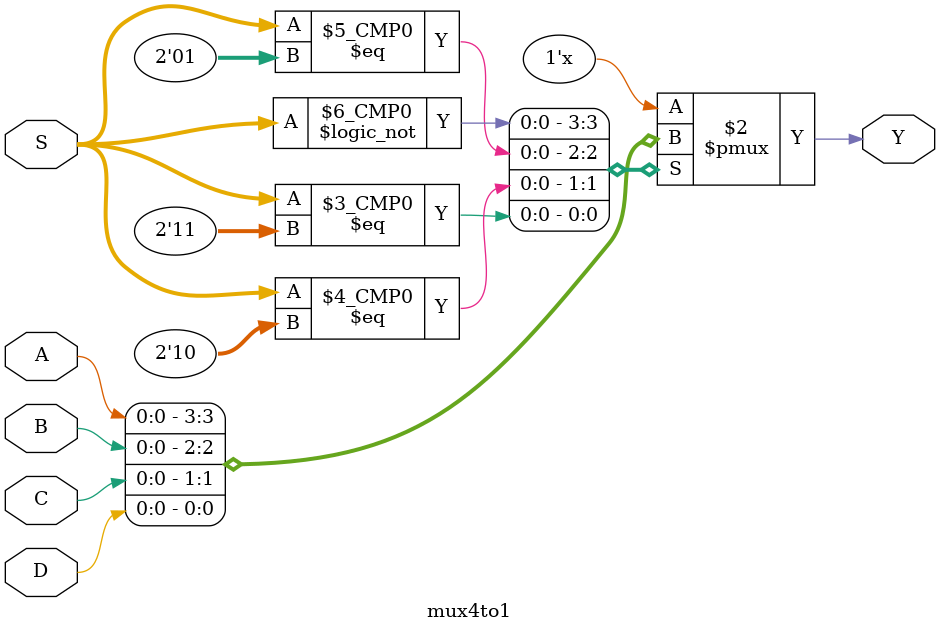
<source format=v>
module mux4to1(
    input [3:0] A, B, C, D,
    input [1:0] S,
    output reg Y
);

always @(*) begin
    case(S)
        2'b00: Y = A;
        2'b01: Y = B;
        2'b10: Y = C;
        2'b11: Y = D;
    endcase
end

endmodule
</source>
